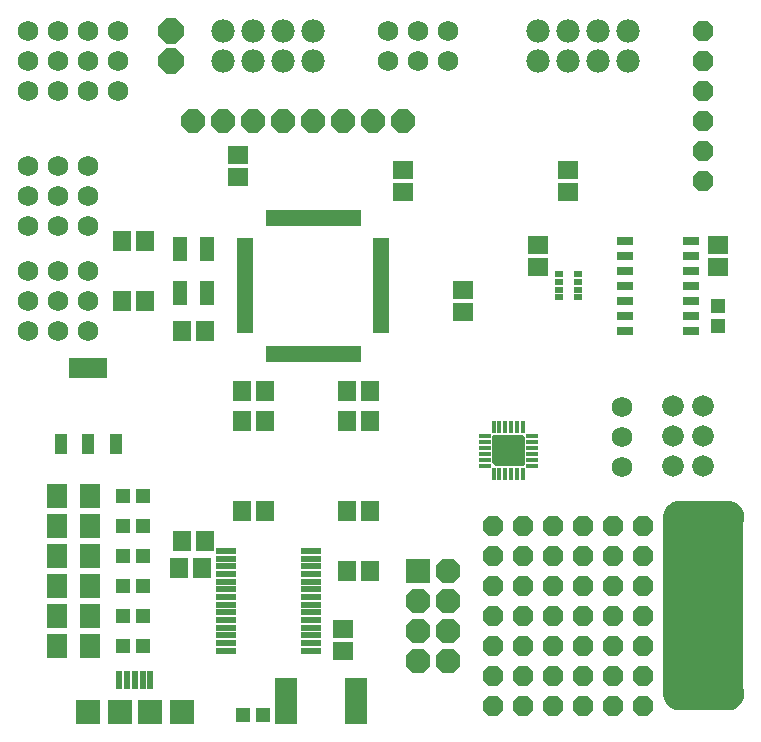
<source format=gbr>
G04 EAGLE Gerber RS-274X export*
G75*
%MOMM*%
%FSLAX34Y34*%
%LPD*%
%INSoldermask Top*%
%IPPOS*%
%AMOC8*
5,1,8,0,0,1.08239X$1,22.5*%
G01*
%ADD10C,0.152400*%
%ADD11R,6.604000X14.986000*%
%ADD12R,4.064000X1.270000*%
%ADD13C,1.270000*%
%ADD14R,1.503200X1.703200*%
%ADD15R,1.703200X1.503200*%
%ADD16R,1.397000X0.508000*%
%ADD17R,0.508000X1.397000*%
%ADD18R,1.303200X2.103200*%
%ADD19R,1.041400X1.803400*%
%ADD20R,3.302000X1.803400*%
%ADD21P,2.254402X8X202.500000*%
%ADD22R,2.082800X2.082800*%
%ADD23R,1.703200X0.603200*%
%ADD24R,0.463200X0.993200*%
%ADD25R,0.993200X0.463200*%
%ADD26P,2.144431X8X112.500000*%
%ADD27C,1.828800*%
%ADD28C,1.727200*%
%ADD29R,0.703200X0.553200*%
%ADD30R,1.403200X0.803200*%
%ADD31R,1.203200X1.303200*%
%ADD32C,1.981200*%
%ADD33P,1.869504X8X22.500000*%
%ADD34R,1.903200X3.903200*%
%ADD35R,1.803200X2.006200*%
%ADD36R,1.303200X1.203200*%
%ADD37P,1.869504X8X112.500000*%
%ADD38P,2.309387X8X22.500000*%
%ADD39R,0.553200X1.603200*%
%ADD40R,2.003200X2.103200*%
%ADD41R,2.103200X2.103200*%

G36*
X380054Y621704D02*
X380054Y621704D01*
X380056Y621701D01*
X380574Y621769D01*
X380581Y621776D01*
X380586Y621773D01*
X381069Y621972D01*
X381074Y621981D01*
X381080Y621979D01*
X381494Y622297D01*
X381497Y622306D01*
X381503Y622306D01*
X381821Y622720D01*
X381821Y622730D01*
X381828Y622731D01*
X382027Y623214D01*
X382025Y623223D01*
X382031Y623226D01*
X382099Y623744D01*
X382096Y623748D01*
X382099Y623750D01*
X382099Y646250D01*
X382096Y646254D01*
X382099Y646256D01*
X382031Y646774D01*
X382024Y646781D01*
X382027Y646786D01*
X381828Y647269D01*
X381819Y647274D01*
X381821Y647280D01*
X381503Y647694D01*
X381494Y647697D01*
X381494Y647703D01*
X381080Y648021D01*
X381071Y648021D01*
X381069Y648028D01*
X380586Y648227D01*
X380577Y648225D01*
X380574Y648231D01*
X380056Y648299D01*
X380052Y648296D01*
X380050Y648299D01*
X356550Y648299D01*
X356546Y648296D01*
X356544Y648299D01*
X356026Y648231D01*
X356019Y648224D01*
X356014Y648227D01*
X355531Y648028D01*
X355526Y648019D01*
X355520Y648021D01*
X355106Y647703D01*
X355103Y647694D01*
X355097Y647694D01*
X354779Y647280D01*
X354779Y647271D01*
X354772Y647269D01*
X354573Y646786D01*
X354573Y646784D01*
X354571Y646782D01*
X354575Y646777D01*
X354569Y646774D01*
X354501Y646256D01*
X354504Y646252D01*
X354501Y646250D01*
X354501Y624750D01*
X354517Y624729D01*
X354515Y624715D01*
X357515Y621715D01*
X357542Y621712D01*
X357550Y621701D01*
X380050Y621701D01*
X380054Y621704D01*
G37*
D10*
X553720Y416560D02*
X513080Y416560D01*
X512773Y416564D01*
X512466Y416575D01*
X512160Y416593D01*
X511854Y416619D01*
X511549Y416653D01*
X511245Y416693D01*
X510942Y416741D01*
X510640Y416797D01*
X510340Y416859D01*
X510041Y416929D01*
X509744Y417006D01*
X509448Y417090D01*
X509155Y417182D01*
X508865Y417280D01*
X508577Y417385D01*
X508291Y417498D01*
X508008Y417617D01*
X507728Y417743D01*
X507451Y417875D01*
X507178Y418015D01*
X506908Y418161D01*
X506642Y418313D01*
X506379Y418472D01*
X506120Y418637D01*
X505866Y418808D01*
X505615Y418985D01*
X505369Y419169D01*
X505127Y419358D01*
X504891Y419553D01*
X504658Y419754D01*
X504431Y419960D01*
X504209Y420172D01*
X503992Y420389D01*
X503780Y420611D01*
X503574Y420838D01*
X503373Y421071D01*
X503178Y421307D01*
X502989Y421549D01*
X502805Y421795D01*
X502628Y422046D01*
X502457Y422300D01*
X502292Y422559D01*
X502133Y422822D01*
X501981Y423088D01*
X501835Y423358D01*
X501695Y423631D01*
X501563Y423908D01*
X501437Y424188D01*
X501318Y424471D01*
X501205Y424757D01*
X501100Y425045D01*
X501002Y425335D01*
X500910Y425628D01*
X500826Y425924D01*
X500749Y426221D01*
X500679Y426520D01*
X500617Y426820D01*
X500561Y427122D01*
X500513Y427425D01*
X500473Y427729D01*
X500439Y428034D01*
X500413Y428340D01*
X500395Y428646D01*
X500384Y428953D01*
X500380Y429260D01*
X500380Y579120D01*
X500384Y579427D01*
X500395Y579734D01*
X500413Y580040D01*
X500439Y580346D01*
X500473Y580651D01*
X500513Y580955D01*
X500561Y581258D01*
X500617Y581560D01*
X500679Y581860D01*
X500749Y582159D01*
X500826Y582456D01*
X500910Y582752D01*
X501002Y583045D01*
X501100Y583335D01*
X501205Y583623D01*
X501318Y583909D01*
X501437Y584192D01*
X501563Y584472D01*
X501695Y584749D01*
X501835Y585022D01*
X501981Y585292D01*
X502133Y585558D01*
X502292Y585821D01*
X502457Y586080D01*
X502628Y586334D01*
X502805Y586585D01*
X502989Y586831D01*
X503178Y587073D01*
X503373Y587309D01*
X503574Y587542D01*
X503780Y587769D01*
X503992Y587991D01*
X504209Y588208D01*
X504431Y588420D01*
X504658Y588626D01*
X504891Y588827D01*
X505127Y589022D01*
X505369Y589211D01*
X505615Y589395D01*
X505866Y589572D01*
X506120Y589743D01*
X506379Y589908D01*
X506642Y590067D01*
X506908Y590219D01*
X507178Y590365D01*
X507451Y590505D01*
X507728Y590637D01*
X508008Y590763D01*
X508291Y590882D01*
X508577Y590995D01*
X508865Y591100D01*
X509155Y591198D01*
X509448Y591290D01*
X509744Y591374D01*
X510041Y591451D01*
X510340Y591521D01*
X510640Y591583D01*
X510942Y591639D01*
X511245Y591687D01*
X511549Y591727D01*
X511854Y591761D01*
X512160Y591787D01*
X512466Y591805D01*
X512773Y591816D01*
X513080Y591820D01*
X553720Y591820D01*
X554027Y591816D01*
X554334Y591805D01*
X554640Y591787D01*
X554946Y591761D01*
X555251Y591727D01*
X555555Y591687D01*
X555858Y591639D01*
X556160Y591583D01*
X556460Y591521D01*
X556759Y591451D01*
X557056Y591374D01*
X557352Y591290D01*
X557645Y591198D01*
X557935Y591100D01*
X558223Y590995D01*
X558509Y590882D01*
X558792Y590763D01*
X559072Y590637D01*
X559349Y590505D01*
X559622Y590365D01*
X559892Y590219D01*
X560158Y590067D01*
X560421Y589908D01*
X560680Y589743D01*
X560934Y589572D01*
X561185Y589395D01*
X561431Y589211D01*
X561673Y589022D01*
X561909Y588827D01*
X562142Y588626D01*
X562369Y588420D01*
X562591Y588208D01*
X562808Y587991D01*
X563020Y587769D01*
X563226Y587542D01*
X563427Y587309D01*
X563622Y587073D01*
X563811Y586831D01*
X563995Y586585D01*
X564172Y586334D01*
X564343Y586080D01*
X564508Y585821D01*
X564667Y585558D01*
X564819Y585292D01*
X564965Y585022D01*
X565105Y584749D01*
X565237Y584472D01*
X565363Y584192D01*
X565482Y583909D01*
X565595Y583623D01*
X565700Y583335D01*
X565798Y583045D01*
X565890Y582752D01*
X565974Y582456D01*
X566051Y582159D01*
X566121Y581860D01*
X566183Y581560D01*
X566239Y581258D01*
X566287Y580955D01*
X566327Y580651D01*
X566361Y580346D01*
X566387Y580040D01*
X566405Y579734D01*
X566416Y579427D01*
X566420Y579120D01*
X566420Y429260D01*
X566416Y428953D01*
X566405Y428646D01*
X566387Y428340D01*
X566361Y428034D01*
X566327Y427729D01*
X566287Y427425D01*
X566239Y427122D01*
X566183Y426820D01*
X566121Y426520D01*
X566051Y426221D01*
X565974Y425924D01*
X565890Y425628D01*
X565798Y425335D01*
X565700Y425045D01*
X565595Y424757D01*
X565482Y424471D01*
X565363Y424188D01*
X565237Y423908D01*
X565105Y423631D01*
X564965Y423358D01*
X564819Y423088D01*
X564667Y422822D01*
X564508Y422559D01*
X564343Y422300D01*
X564172Y422046D01*
X563995Y421795D01*
X563811Y421549D01*
X563622Y421307D01*
X563427Y421071D01*
X563226Y420838D01*
X563020Y420611D01*
X562808Y420389D01*
X562591Y420172D01*
X562369Y419960D01*
X562142Y419754D01*
X561909Y419553D01*
X561673Y419358D01*
X561431Y419169D01*
X561185Y418985D01*
X560934Y418808D01*
X560680Y418637D01*
X560421Y418472D01*
X560158Y418313D01*
X559892Y418161D01*
X559622Y418015D01*
X559349Y417875D01*
X559072Y417743D01*
X558792Y417617D01*
X558509Y417498D01*
X558223Y417385D01*
X557935Y417280D01*
X557645Y417182D01*
X557352Y417090D01*
X557056Y417006D01*
X556759Y416929D01*
X556460Y416859D01*
X556160Y416797D01*
X555858Y416741D01*
X555555Y416693D01*
X555251Y416653D01*
X554946Y416619D01*
X554640Y416593D01*
X554334Y416575D01*
X554027Y416564D01*
X553720Y416560D01*
X502920Y429260D02*
X502920Y579120D01*
X502920Y429260D02*
X563880Y429260D01*
X563880Y579120D01*
X502920Y579120D01*
D11*
X533400Y504190D03*
D12*
X533400Y422910D03*
X533400Y585470D03*
D13*
X505896Y429260D02*
X505898Y429436D01*
X505905Y429613D01*
X505915Y429788D01*
X505931Y429964D01*
X505950Y430139D01*
X505974Y430314D01*
X506002Y430488D01*
X506034Y430662D01*
X506071Y430834D01*
X506111Y431006D01*
X506156Y431176D01*
X506205Y431345D01*
X506259Y431513D01*
X506316Y431680D01*
X506377Y431845D01*
X506443Y432009D01*
X506512Y432171D01*
X506586Y432332D01*
X506663Y432490D01*
X506744Y432647D01*
X506829Y432801D01*
X506918Y432953D01*
X507011Y433103D01*
X507107Y433251D01*
X507206Y433397D01*
X507310Y433540D01*
X507417Y433680D01*
X507527Y433817D01*
X507640Y433952D01*
X507757Y434084D01*
X507877Y434214D01*
X508000Y434340D01*
X508126Y434463D01*
X508256Y434583D01*
X508388Y434700D01*
X508523Y434813D01*
X508660Y434923D01*
X508800Y435030D01*
X508943Y435134D01*
X509089Y435233D01*
X509237Y435329D01*
X509387Y435422D01*
X509539Y435511D01*
X509693Y435596D01*
X509850Y435677D01*
X510008Y435754D01*
X510169Y435828D01*
X510331Y435897D01*
X510495Y435963D01*
X510660Y436024D01*
X510827Y436081D01*
X510995Y436135D01*
X511164Y436184D01*
X511334Y436229D01*
X511506Y436269D01*
X511678Y436306D01*
X511852Y436338D01*
X512026Y436366D01*
X512201Y436390D01*
X512376Y436409D01*
X512552Y436425D01*
X512727Y436435D01*
X512904Y436442D01*
X513080Y436444D01*
X513256Y436442D01*
X513433Y436435D01*
X513608Y436425D01*
X513784Y436409D01*
X513959Y436390D01*
X514134Y436366D01*
X514308Y436338D01*
X514482Y436306D01*
X514654Y436269D01*
X514826Y436229D01*
X514996Y436184D01*
X515165Y436135D01*
X515333Y436081D01*
X515500Y436024D01*
X515665Y435963D01*
X515829Y435897D01*
X515991Y435828D01*
X516152Y435754D01*
X516310Y435677D01*
X516467Y435596D01*
X516621Y435511D01*
X516773Y435422D01*
X516923Y435329D01*
X517071Y435233D01*
X517217Y435134D01*
X517360Y435030D01*
X517500Y434923D01*
X517637Y434813D01*
X517772Y434700D01*
X517904Y434583D01*
X518034Y434463D01*
X518160Y434340D01*
X518283Y434214D01*
X518403Y434084D01*
X518520Y433952D01*
X518633Y433817D01*
X518743Y433680D01*
X518850Y433540D01*
X518954Y433397D01*
X519053Y433251D01*
X519149Y433103D01*
X519242Y432953D01*
X519331Y432801D01*
X519416Y432647D01*
X519497Y432490D01*
X519574Y432332D01*
X519648Y432171D01*
X519717Y432009D01*
X519783Y431845D01*
X519844Y431680D01*
X519901Y431513D01*
X519955Y431345D01*
X520004Y431176D01*
X520049Y431006D01*
X520089Y430834D01*
X520126Y430662D01*
X520158Y430488D01*
X520186Y430314D01*
X520210Y430139D01*
X520229Y429964D01*
X520245Y429788D01*
X520255Y429613D01*
X520262Y429436D01*
X520264Y429260D01*
X520262Y429084D01*
X520255Y428907D01*
X520245Y428732D01*
X520229Y428556D01*
X520210Y428381D01*
X520186Y428206D01*
X520158Y428032D01*
X520126Y427858D01*
X520089Y427686D01*
X520049Y427514D01*
X520004Y427344D01*
X519955Y427175D01*
X519901Y427007D01*
X519844Y426840D01*
X519783Y426675D01*
X519717Y426511D01*
X519648Y426349D01*
X519574Y426188D01*
X519497Y426030D01*
X519416Y425873D01*
X519331Y425719D01*
X519242Y425567D01*
X519149Y425417D01*
X519053Y425269D01*
X518954Y425123D01*
X518850Y424980D01*
X518743Y424840D01*
X518633Y424703D01*
X518520Y424568D01*
X518403Y424436D01*
X518283Y424306D01*
X518160Y424180D01*
X518034Y424057D01*
X517904Y423937D01*
X517772Y423820D01*
X517637Y423707D01*
X517500Y423597D01*
X517360Y423490D01*
X517217Y423386D01*
X517071Y423287D01*
X516923Y423191D01*
X516773Y423098D01*
X516621Y423009D01*
X516467Y422924D01*
X516310Y422843D01*
X516152Y422766D01*
X515991Y422692D01*
X515829Y422623D01*
X515665Y422557D01*
X515500Y422496D01*
X515333Y422439D01*
X515165Y422385D01*
X514996Y422336D01*
X514826Y422291D01*
X514654Y422251D01*
X514482Y422214D01*
X514308Y422182D01*
X514134Y422154D01*
X513959Y422130D01*
X513784Y422111D01*
X513608Y422095D01*
X513433Y422085D01*
X513256Y422078D01*
X513080Y422076D01*
X512904Y422078D01*
X512727Y422085D01*
X512552Y422095D01*
X512376Y422111D01*
X512201Y422130D01*
X512026Y422154D01*
X511852Y422182D01*
X511678Y422214D01*
X511506Y422251D01*
X511334Y422291D01*
X511164Y422336D01*
X510995Y422385D01*
X510827Y422439D01*
X510660Y422496D01*
X510495Y422557D01*
X510331Y422623D01*
X510169Y422692D01*
X510008Y422766D01*
X509850Y422843D01*
X509693Y422924D01*
X509539Y423009D01*
X509387Y423098D01*
X509237Y423191D01*
X509089Y423287D01*
X508943Y423386D01*
X508800Y423490D01*
X508660Y423597D01*
X508523Y423707D01*
X508388Y423820D01*
X508256Y423937D01*
X508126Y424057D01*
X508000Y424180D01*
X507877Y424306D01*
X507757Y424436D01*
X507640Y424568D01*
X507527Y424703D01*
X507417Y424840D01*
X507310Y424980D01*
X507206Y425123D01*
X507107Y425269D01*
X507011Y425417D01*
X506918Y425567D01*
X506829Y425719D01*
X506744Y425873D01*
X506663Y426030D01*
X506586Y426188D01*
X506512Y426349D01*
X506443Y426511D01*
X506377Y426675D01*
X506316Y426840D01*
X506259Y427007D01*
X506205Y427175D01*
X506156Y427344D01*
X506111Y427514D01*
X506071Y427686D01*
X506034Y427858D01*
X506002Y428032D01*
X505974Y428206D01*
X505950Y428381D01*
X505931Y428556D01*
X505915Y428732D01*
X505905Y428907D01*
X505898Y429084D01*
X505896Y429260D01*
X546536Y429260D02*
X546538Y429436D01*
X546545Y429613D01*
X546555Y429788D01*
X546571Y429964D01*
X546590Y430139D01*
X546614Y430314D01*
X546642Y430488D01*
X546674Y430662D01*
X546711Y430834D01*
X546751Y431006D01*
X546796Y431176D01*
X546845Y431345D01*
X546899Y431513D01*
X546956Y431680D01*
X547017Y431845D01*
X547083Y432009D01*
X547152Y432171D01*
X547226Y432332D01*
X547303Y432490D01*
X547384Y432647D01*
X547469Y432801D01*
X547558Y432953D01*
X547651Y433103D01*
X547747Y433251D01*
X547846Y433397D01*
X547950Y433540D01*
X548057Y433680D01*
X548167Y433817D01*
X548280Y433952D01*
X548397Y434084D01*
X548517Y434214D01*
X548640Y434340D01*
X548766Y434463D01*
X548896Y434583D01*
X549028Y434700D01*
X549163Y434813D01*
X549300Y434923D01*
X549440Y435030D01*
X549583Y435134D01*
X549729Y435233D01*
X549877Y435329D01*
X550027Y435422D01*
X550179Y435511D01*
X550333Y435596D01*
X550490Y435677D01*
X550648Y435754D01*
X550809Y435828D01*
X550971Y435897D01*
X551135Y435963D01*
X551300Y436024D01*
X551467Y436081D01*
X551635Y436135D01*
X551804Y436184D01*
X551974Y436229D01*
X552146Y436269D01*
X552318Y436306D01*
X552492Y436338D01*
X552666Y436366D01*
X552841Y436390D01*
X553016Y436409D01*
X553192Y436425D01*
X553367Y436435D01*
X553544Y436442D01*
X553720Y436444D01*
X553896Y436442D01*
X554073Y436435D01*
X554248Y436425D01*
X554424Y436409D01*
X554599Y436390D01*
X554774Y436366D01*
X554948Y436338D01*
X555122Y436306D01*
X555294Y436269D01*
X555466Y436229D01*
X555636Y436184D01*
X555805Y436135D01*
X555973Y436081D01*
X556140Y436024D01*
X556305Y435963D01*
X556469Y435897D01*
X556631Y435828D01*
X556792Y435754D01*
X556950Y435677D01*
X557107Y435596D01*
X557261Y435511D01*
X557413Y435422D01*
X557563Y435329D01*
X557711Y435233D01*
X557857Y435134D01*
X558000Y435030D01*
X558140Y434923D01*
X558277Y434813D01*
X558412Y434700D01*
X558544Y434583D01*
X558674Y434463D01*
X558800Y434340D01*
X558923Y434214D01*
X559043Y434084D01*
X559160Y433952D01*
X559273Y433817D01*
X559383Y433680D01*
X559490Y433540D01*
X559594Y433397D01*
X559693Y433251D01*
X559789Y433103D01*
X559882Y432953D01*
X559971Y432801D01*
X560056Y432647D01*
X560137Y432490D01*
X560214Y432332D01*
X560288Y432171D01*
X560357Y432009D01*
X560423Y431845D01*
X560484Y431680D01*
X560541Y431513D01*
X560595Y431345D01*
X560644Y431176D01*
X560689Y431006D01*
X560729Y430834D01*
X560766Y430662D01*
X560798Y430488D01*
X560826Y430314D01*
X560850Y430139D01*
X560869Y429964D01*
X560885Y429788D01*
X560895Y429613D01*
X560902Y429436D01*
X560904Y429260D01*
X560902Y429084D01*
X560895Y428907D01*
X560885Y428732D01*
X560869Y428556D01*
X560850Y428381D01*
X560826Y428206D01*
X560798Y428032D01*
X560766Y427858D01*
X560729Y427686D01*
X560689Y427514D01*
X560644Y427344D01*
X560595Y427175D01*
X560541Y427007D01*
X560484Y426840D01*
X560423Y426675D01*
X560357Y426511D01*
X560288Y426349D01*
X560214Y426188D01*
X560137Y426030D01*
X560056Y425873D01*
X559971Y425719D01*
X559882Y425567D01*
X559789Y425417D01*
X559693Y425269D01*
X559594Y425123D01*
X559490Y424980D01*
X559383Y424840D01*
X559273Y424703D01*
X559160Y424568D01*
X559043Y424436D01*
X558923Y424306D01*
X558800Y424180D01*
X558674Y424057D01*
X558544Y423937D01*
X558412Y423820D01*
X558277Y423707D01*
X558140Y423597D01*
X558000Y423490D01*
X557857Y423386D01*
X557711Y423287D01*
X557563Y423191D01*
X557413Y423098D01*
X557261Y423009D01*
X557107Y422924D01*
X556950Y422843D01*
X556792Y422766D01*
X556631Y422692D01*
X556469Y422623D01*
X556305Y422557D01*
X556140Y422496D01*
X555973Y422439D01*
X555805Y422385D01*
X555636Y422336D01*
X555466Y422291D01*
X555294Y422251D01*
X555122Y422214D01*
X554948Y422182D01*
X554774Y422154D01*
X554599Y422130D01*
X554424Y422111D01*
X554248Y422095D01*
X554073Y422085D01*
X553896Y422078D01*
X553720Y422076D01*
X553544Y422078D01*
X553367Y422085D01*
X553192Y422095D01*
X553016Y422111D01*
X552841Y422130D01*
X552666Y422154D01*
X552492Y422182D01*
X552318Y422214D01*
X552146Y422251D01*
X551974Y422291D01*
X551804Y422336D01*
X551635Y422385D01*
X551467Y422439D01*
X551300Y422496D01*
X551135Y422557D01*
X550971Y422623D01*
X550809Y422692D01*
X550648Y422766D01*
X550490Y422843D01*
X550333Y422924D01*
X550179Y423009D01*
X550027Y423098D01*
X549877Y423191D01*
X549729Y423287D01*
X549583Y423386D01*
X549440Y423490D01*
X549300Y423597D01*
X549163Y423707D01*
X549028Y423820D01*
X548896Y423937D01*
X548766Y424057D01*
X548640Y424180D01*
X548517Y424306D01*
X548397Y424436D01*
X548280Y424568D01*
X548167Y424703D01*
X548057Y424840D01*
X547950Y424980D01*
X547846Y425123D01*
X547747Y425269D01*
X547651Y425417D01*
X547558Y425567D01*
X547469Y425719D01*
X547384Y425873D01*
X547303Y426030D01*
X547226Y426188D01*
X547152Y426349D01*
X547083Y426511D01*
X547017Y426675D01*
X546956Y426840D01*
X546899Y427007D01*
X546845Y427175D01*
X546796Y427344D01*
X546751Y427514D01*
X546711Y427686D01*
X546674Y427858D01*
X546642Y428032D01*
X546614Y428206D01*
X546590Y428381D01*
X546571Y428556D01*
X546555Y428732D01*
X546545Y428907D01*
X546538Y429084D01*
X546536Y429260D01*
X546536Y579120D02*
X546538Y579296D01*
X546545Y579473D01*
X546555Y579648D01*
X546571Y579824D01*
X546590Y579999D01*
X546614Y580174D01*
X546642Y580348D01*
X546674Y580522D01*
X546711Y580694D01*
X546751Y580866D01*
X546796Y581036D01*
X546845Y581205D01*
X546899Y581373D01*
X546956Y581540D01*
X547017Y581705D01*
X547083Y581869D01*
X547152Y582031D01*
X547226Y582192D01*
X547303Y582350D01*
X547384Y582507D01*
X547469Y582661D01*
X547558Y582813D01*
X547651Y582963D01*
X547747Y583111D01*
X547846Y583257D01*
X547950Y583400D01*
X548057Y583540D01*
X548167Y583677D01*
X548280Y583812D01*
X548397Y583944D01*
X548517Y584074D01*
X548640Y584200D01*
X548766Y584323D01*
X548896Y584443D01*
X549028Y584560D01*
X549163Y584673D01*
X549300Y584783D01*
X549440Y584890D01*
X549583Y584994D01*
X549729Y585093D01*
X549877Y585189D01*
X550027Y585282D01*
X550179Y585371D01*
X550333Y585456D01*
X550490Y585537D01*
X550648Y585614D01*
X550809Y585688D01*
X550971Y585757D01*
X551135Y585823D01*
X551300Y585884D01*
X551467Y585941D01*
X551635Y585995D01*
X551804Y586044D01*
X551974Y586089D01*
X552146Y586129D01*
X552318Y586166D01*
X552492Y586198D01*
X552666Y586226D01*
X552841Y586250D01*
X553016Y586269D01*
X553192Y586285D01*
X553367Y586295D01*
X553544Y586302D01*
X553720Y586304D01*
X553896Y586302D01*
X554073Y586295D01*
X554248Y586285D01*
X554424Y586269D01*
X554599Y586250D01*
X554774Y586226D01*
X554948Y586198D01*
X555122Y586166D01*
X555294Y586129D01*
X555466Y586089D01*
X555636Y586044D01*
X555805Y585995D01*
X555973Y585941D01*
X556140Y585884D01*
X556305Y585823D01*
X556469Y585757D01*
X556631Y585688D01*
X556792Y585614D01*
X556950Y585537D01*
X557107Y585456D01*
X557261Y585371D01*
X557413Y585282D01*
X557563Y585189D01*
X557711Y585093D01*
X557857Y584994D01*
X558000Y584890D01*
X558140Y584783D01*
X558277Y584673D01*
X558412Y584560D01*
X558544Y584443D01*
X558674Y584323D01*
X558800Y584200D01*
X558923Y584074D01*
X559043Y583944D01*
X559160Y583812D01*
X559273Y583677D01*
X559383Y583540D01*
X559490Y583400D01*
X559594Y583257D01*
X559693Y583111D01*
X559789Y582963D01*
X559882Y582813D01*
X559971Y582661D01*
X560056Y582507D01*
X560137Y582350D01*
X560214Y582192D01*
X560288Y582031D01*
X560357Y581869D01*
X560423Y581705D01*
X560484Y581540D01*
X560541Y581373D01*
X560595Y581205D01*
X560644Y581036D01*
X560689Y580866D01*
X560729Y580694D01*
X560766Y580522D01*
X560798Y580348D01*
X560826Y580174D01*
X560850Y579999D01*
X560869Y579824D01*
X560885Y579648D01*
X560895Y579473D01*
X560902Y579296D01*
X560904Y579120D01*
X560902Y578944D01*
X560895Y578767D01*
X560885Y578592D01*
X560869Y578416D01*
X560850Y578241D01*
X560826Y578066D01*
X560798Y577892D01*
X560766Y577718D01*
X560729Y577546D01*
X560689Y577374D01*
X560644Y577204D01*
X560595Y577035D01*
X560541Y576867D01*
X560484Y576700D01*
X560423Y576535D01*
X560357Y576371D01*
X560288Y576209D01*
X560214Y576048D01*
X560137Y575890D01*
X560056Y575733D01*
X559971Y575579D01*
X559882Y575427D01*
X559789Y575277D01*
X559693Y575129D01*
X559594Y574983D01*
X559490Y574840D01*
X559383Y574700D01*
X559273Y574563D01*
X559160Y574428D01*
X559043Y574296D01*
X558923Y574166D01*
X558800Y574040D01*
X558674Y573917D01*
X558544Y573797D01*
X558412Y573680D01*
X558277Y573567D01*
X558140Y573457D01*
X558000Y573350D01*
X557857Y573246D01*
X557711Y573147D01*
X557563Y573051D01*
X557413Y572958D01*
X557261Y572869D01*
X557107Y572784D01*
X556950Y572703D01*
X556792Y572626D01*
X556631Y572552D01*
X556469Y572483D01*
X556305Y572417D01*
X556140Y572356D01*
X555973Y572299D01*
X555805Y572245D01*
X555636Y572196D01*
X555466Y572151D01*
X555294Y572111D01*
X555122Y572074D01*
X554948Y572042D01*
X554774Y572014D01*
X554599Y571990D01*
X554424Y571971D01*
X554248Y571955D01*
X554073Y571945D01*
X553896Y571938D01*
X553720Y571936D01*
X553544Y571938D01*
X553367Y571945D01*
X553192Y571955D01*
X553016Y571971D01*
X552841Y571990D01*
X552666Y572014D01*
X552492Y572042D01*
X552318Y572074D01*
X552146Y572111D01*
X551974Y572151D01*
X551804Y572196D01*
X551635Y572245D01*
X551467Y572299D01*
X551300Y572356D01*
X551135Y572417D01*
X550971Y572483D01*
X550809Y572552D01*
X550648Y572626D01*
X550490Y572703D01*
X550333Y572784D01*
X550179Y572869D01*
X550027Y572958D01*
X549877Y573051D01*
X549729Y573147D01*
X549583Y573246D01*
X549440Y573350D01*
X549300Y573457D01*
X549163Y573567D01*
X549028Y573680D01*
X548896Y573797D01*
X548766Y573917D01*
X548640Y574040D01*
X548517Y574166D01*
X548397Y574296D01*
X548280Y574428D01*
X548167Y574563D01*
X548057Y574700D01*
X547950Y574840D01*
X547846Y574983D01*
X547747Y575129D01*
X547651Y575277D01*
X547558Y575427D01*
X547469Y575579D01*
X547384Y575733D01*
X547303Y575890D01*
X547226Y576048D01*
X547152Y576209D01*
X547083Y576371D01*
X547017Y576535D01*
X546956Y576700D01*
X546899Y576867D01*
X546845Y577035D01*
X546796Y577204D01*
X546751Y577374D01*
X546711Y577546D01*
X546674Y577718D01*
X546642Y577892D01*
X546614Y578066D01*
X546590Y578241D01*
X546571Y578416D01*
X546555Y578592D01*
X546545Y578767D01*
X546538Y578944D01*
X546536Y579120D01*
X505896Y579120D02*
X505898Y579296D01*
X505905Y579473D01*
X505915Y579648D01*
X505931Y579824D01*
X505950Y579999D01*
X505974Y580174D01*
X506002Y580348D01*
X506034Y580522D01*
X506071Y580694D01*
X506111Y580866D01*
X506156Y581036D01*
X506205Y581205D01*
X506259Y581373D01*
X506316Y581540D01*
X506377Y581705D01*
X506443Y581869D01*
X506512Y582031D01*
X506586Y582192D01*
X506663Y582350D01*
X506744Y582507D01*
X506829Y582661D01*
X506918Y582813D01*
X507011Y582963D01*
X507107Y583111D01*
X507206Y583257D01*
X507310Y583400D01*
X507417Y583540D01*
X507527Y583677D01*
X507640Y583812D01*
X507757Y583944D01*
X507877Y584074D01*
X508000Y584200D01*
X508126Y584323D01*
X508256Y584443D01*
X508388Y584560D01*
X508523Y584673D01*
X508660Y584783D01*
X508800Y584890D01*
X508943Y584994D01*
X509089Y585093D01*
X509237Y585189D01*
X509387Y585282D01*
X509539Y585371D01*
X509693Y585456D01*
X509850Y585537D01*
X510008Y585614D01*
X510169Y585688D01*
X510331Y585757D01*
X510495Y585823D01*
X510660Y585884D01*
X510827Y585941D01*
X510995Y585995D01*
X511164Y586044D01*
X511334Y586089D01*
X511506Y586129D01*
X511678Y586166D01*
X511852Y586198D01*
X512026Y586226D01*
X512201Y586250D01*
X512376Y586269D01*
X512552Y586285D01*
X512727Y586295D01*
X512904Y586302D01*
X513080Y586304D01*
X513256Y586302D01*
X513433Y586295D01*
X513608Y586285D01*
X513784Y586269D01*
X513959Y586250D01*
X514134Y586226D01*
X514308Y586198D01*
X514482Y586166D01*
X514654Y586129D01*
X514826Y586089D01*
X514996Y586044D01*
X515165Y585995D01*
X515333Y585941D01*
X515500Y585884D01*
X515665Y585823D01*
X515829Y585757D01*
X515991Y585688D01*
X516152Y585614D01*
X516310Y585537D01*
X516467Y585456D01*
X516621Y585371D01*
X516773Y585282D01*
X516923Y585189D01*
X517071Y585093D01*
X517217Y584994D01*
X517360Y584890D01*
X517500Y584783D01*
X517637Y584673D01*
X517772Y584560D01*
X517904Y584443D01*
X518034Y584323D01*
X518160Y584200D01*
X518283Y584074D01*
X518403Y583944D01*
X518520Y583812D01*
X518633Y583677D01*
X518743Y583540D01*
X518850Y583400D01*
X518954Y583257D01*
X519053Y583111D01*
X519149Y582963D01*
X519242Y582813D01*
X519331Y582661D01*
X519416Y582507D01*
X519497Y582350D01*
X519574Y582192D01*
X519648Y582031D01*
X519717Y581869D01*
X519783Y581705D01*
X519844Y581540D01*
X519901Y581373D01*
X519955Y581205D01*
X520004Y581036D01*
X520049Y580866D01*
X520089Y580694D01*
X520126Y580522D01*
X520158Y580348D01*
X520186Y580174D01*
X520210Y579999D01*
X520229Y579824D01*
X520245Y579648D01*
X520255Y579473D01*
X520262Y579296D01*
X520264Y579120D01*
X520262Y578944D01*
X520255Y578767D01*
X520245Y578592D01*
X520229Y578416D01*
X520210Y578241D01*
X520186Y578066D01*
X520158Y577892D01*
X520126Y577718D01*
X520089Y577546D01*
X520049Y577374D01*
X520004Y577204D01*
X519955Y577035D01*
X519901Y576867D01*
X519844Y576700D01*
X519783Y576535D01*
X519717Y576371D01*
X519648Y576209D01*
X519574Y576048D01*
X519497Y575890D01*
X519416Y575733D01*
X519331Y575579D01*
X519242Y575427D01*
X519149Y575277D01*
X519053Y575129D01*
X518954Y574983D01*
X518850Y574840D01*
X518743Y574700D01*
X518633Y574563D01*
X518520Y574428D01*
X518403Y574296D01*
X518283Y574166D01*
X518160Y574040D01*
X518034Y573917D01*
X517904Y573797D01*
X517772Y573680D01*
X517637Y573567D01*
X517500Y573457D01*
X517360Y573350D01*
X517217Y573246D01*
X517071Y573147D01*
X516923Y573051D01*
X516773Y572958D01*
X516621Y572869D01*
X516467Y572784D01*
X516310Y572703D01*
X516152Y572626D01*
X515991Y572552D01*
X515829Y572483D01*
X515665Y572417D01*
X515500Y572356D01*
X515333Y572299D01*
X515165Y572245D01*
X514996Y572196D01*
X514826Y572151D01*
X514654Y572111D01*
X514482Y572074D01*
X514308Y572042D01*
X514134Y572014D01*
X513959Y571990D01*
X513784Y571971D01*
X513608Y571955D01*
X513433Y571945D01*
X513256Y571938D01*
X513080Y571936D01*
X512904Y571938D01*
X512727Y571945D01*
X512552Y571955D01*
X512376Y571971D01*
X512201Y571990D01*
X512026Y572014D01*
X511852Y572042D01*
X511678Y572074D01*
X511506Y572111D01*
X511334Y572151D01*
X511164Y572196D01*
X510995Y572245D01*
X510827Y572299D01*
X510660Y572356D01*
X510495Y572417D01*
X510331Y572483D01*
X510169Y572552D01*
X510008Y572626D01*
X509850Y572703D01*
X509693Y572784D01*
X509539Y572869D01*
X509387Y572958D01*
X509237Y573051D01*
X509089Y573147D01*
X508943Y573246D01*
X508800Y573350D01*
X508660Y573457D01*
X508523Y573567D01*
X508388Y573680D01*
X508256Y573797D01*
X508126Y573917D01*
X508000Y574040D01*
X507877Y574166D01*
X507757Y574296D01*
X507640Y574428D01*
X507527Y574563D01*
X507417Y574700D01*
X507310Y574840D01*
X507206Y574983D01*
X507107Y575129D01*
X507011Y575277D01*
X506918Y575427D01*
X506829Y575579D01*
X506744Y575733D01*
X506663Y575890D01*
X506586Y576048D01*
X506512Y576209D01*
X506443Y576371D01*
X506377Y576535D01*
X506316Y576700D01*
X506259Y576867D01*
X506205Y577035D01*
X506156Y577204D01*
X506111Y577374D01*
X506071Y577546D01*
X506034Y577718D01*
X506002Y577892D01*
X505974Y578066D01*
X505950Y578241D01*
X505931Y578416D01*
X505915Y578592D01*
X505905Y578767D01*
X505898Y578944D01*
X505896Y579120D01*
D14*
X250800Y660400D03*
X231800Y660400D03*
X161900Y660400D03*
X142900Y660400D03*
D15*
X330200Y752500D03*
X330200Y771500D03*
X139700Y866800D03*
X139700Y885800D03*
X279400Y854100D03*
X279400Y873100D03*
X393700Y790600D03*
X393700Y809600D03*
D14*
X250800Y685800D03*
X231800Y685800D03*
X111100Y736600D03*
X92100Y736600D03*
X161900Y685800D03*
X142900Y685800D03*
X60300Y812800D03*
X41300Y812800D03*
X60300Y762000D03*
X41300Y762000D03*
D16*
X145700Y812200D03*
X145700Y807200D03*
X145700Y802200D03*
X145700Y797200D03*
X145700Y792200D03*
X145700Y787200D03*
X145700Y782200D03*
X145700Y777200D03*
X145700Y772200D03*
X145700Y767200D03*
X145700Y762200D03*
X145700Y757200D03*
X145700Y752200D03*
X145700Y747200D03*
X145700Y742200D03*
X145700Y737200D03*
D17*
X165700Y717200D03*
X170700Y717200D03*
X175700Y717200D03*
X180700Y717200D03*
X185700Y717200D03*
X190700Y717200D03*
X195700Y717200D03*
X200700Y717200D03*
X205700Y717200D03*
X210700Y717200D03*
X215700Y717200D03*
X220700Y717200D03*
X225700Y717200D03*
X230700Y717200D03*
X235700Y717200D03*
X240700Y717200D03*
D16*
X260700Y737200D03*
X260700Y742200D03*
X260700Y747200D03*
X260700Y752200D03*
X260700Y757200D03*
X260700Y762200D03*
X260700Y767200D03*
X260700Y772200D03*
X260700Y777200D03*
X260700Y782200D03*
X260700Y787200D03*
X260700Y792200D03*
X260700Y797200D03*
X260700Y802200D03*
X260700Y807200D03*
X260700Y812200D03*
D17*
X240700Y832200D03*
X235700Y832200D03*
X230700Y832200D03*
X225700Y832200D03*
X220700Y832200D03*
X215700Y832200D03*
X210700Y832200D03*
X205700Y832200D03*
X200700Y832200D03*
X195700Y832200D03*
X190700Y832200D03*
X185700Y832200D03*
X180700Y832200D03*
X175700Y832200D03*
X170700Y832200D03*
X165700Y832200D03*
D18*
X113100Y768900D03*
X90100Y805900D03*
X90100Y768900D03*
X113100Y805900D03*
D19*
X-10414Y641096D03*
X12700Y641096D03*
X35814Y641096D03*
D20*
X12700Y705104D03*
D14*
X161900Y584200D03*
X142900Y584200D03*
D21*
X292100Y457200D03*
X292100Y482600D03*
X292100Y508000D03*
D22*
X292100Y533400D03*
D21*
X317500Y457200D03*
X317500Y482600D03*
X317500Y508000D03*
X317500Y533400D03*
D23*
X128850Y550250D03*
X128850Y543750D03*
X128850Y537250D03*
X128850Y530750D03*
X128850Y524250D03*
X128850Y517750D03*
X128850Y511250D03*
X128850Y504750D03*
X128850Y498250D03*
X128850Y491750D03*
X128850Y485250D03*
X128850Y478750D03*
X128850Y472250D03*
X128850Y465750D03*
X201350Y465750D03*
X201350Y472250D03*
X201350Y478750D03*
X201350Y485250D03*
X201350Y491750D03*
X201350Y498250D03*
X201350Y504750D03*
X201350Y511250D03*
X201350Y517750D03*
X201350Y524250D03*
X201350Y530750D03*
X201350Y537250D03*
X201350Y543750D03*
X201350Y550250D03*
D14*
X111100Y558800D03*
X92100Y558800D03*
X231800Y533400D03*
X250800Y533400D03*
X231800Y584200D03*
X250800Y584200D03*
X108560Y535940D03*
X89560Y535940D03*
D24*
X355800Y615300D03*
X360800Y615300D03*
X365800Y615300D03*
X370800Y615300D03*
X375800Y615300D03*
X380800Y615300D03*
D25*
X388000Y622500D03*
X388000Y627500D03*
X388000Y632500D03*
X388000Y637500D03*
X388000Y642500D03*
X388000Y647500D03*
D24*
X380800Y654700D03*
X375800Y654700D03*
X370800Y654700D03*
X365800Y654700D03*
X360800Y654700D03*
X355800Y654700D03*
D25*
X348600Y647500D03*
X348600Y642500D03*
X348600Y637500D03*
X348600Y632500D03*
X348600Y627500D03*
X348600Y622500D03*
D26*
X101600Y914400D03*
X127000Y914400D03*
X152400Y914400D03*
X177800Y914400D03*
X203200Y914400D03*
X228600Y914400D03*
X254000Y914400D03*
X279400Y914400D03*
D27*
X508000Y647700D03*
X533400Y647700D03*
X533400Y673100D03*
X508000Y673100D03*
X508000Y622300D03*
X533400Y622300D03*
D28*
X266700Y990600D03*
X292100Y990600D03*
X317500Y990600D03*
D29*
X427100Y771450D03*
X427100Y777950D03*
X427100Y784450D03*
X427100Y764950D03*
X411100Y777950D03*
X411100Y771450D03*
X411100Y764950D03*
X411100Y784450D03*
D30*
X467300Y812800D03*
X467300Y800100D03*
X467300Y787400D03*
X467300Y774700D03*
X467300Y762000D03*
X467300Y749300D03*
X467300Y736600D03*
X523300Y736600D03*
X523300Y749300D03*
X523300Y762000D03*
X523300Y774700D03*
X523300Y787400D03*
X523300Y800100D03*
X523300Y812800D03*
D15*
X546100Y790600D03*
X546100Y809600D03*
X419100Y873100D03*
X419100Y854100D03*
D31*
X546100Y757800D03*
X546100Y740800D03*
D32*
X393700Y990600D03*
X419100Y990600D03*
X444500Y990600D03*
X469900Y990600D03*
X393700Y965200D03*
X419100Y965200D03*
X444500Y965200D03*
X469900Y965200D03*
D28*
X-38100Y939800D03*
X-38100Y965200D03*
X-38100Y990600D03*
X-12700Y939800D03*
X-12700Y965200D03*
X-12700Y990600D03*
X12700Y939800D03*
X12700Y965200D03*
X12700Y990600D03*
X38100Y939800D03*
X38100Y965200D03*
X38100Y990600D03*
X-38100Y736600D03*
X-38100Y762000D03*
X-38100Y787400D03*
X-12700Y736600D03*
X-12700Y762000D03*
X-12700Y787400D03*
D32*
X127000Y990600D03*
X152400Y990600D03*
X177800Y990600D03*
X203200Y990600D03*
D28*
X-38100Y876300D03*
X-12700Y876300D03*
X12700Y876300D03*
X-38100Y850900D03*
X-12700Y850900D03*
X12700Y850900D03*
X-38100Y825500D03*
X-12700Y825500D03*
X12700Y825500D03*
D33*
X533400Y990600D03*
X533400Y965200D03*
X533400Y939800D03*
X533400Y914400D03*
X533400Y889000D03*
X533400Y863600D03*
D32*
X127000Y965200D03*
X152400Y965200D03*
X177800Y965200D03*
X203200Y965200D03*
D34*
X180050Y422910D03*
X239050Y422910D03*
D35*
X-14220Y596900D03*
X14220Y596900D03*
X-14220Y571500D03*
X14220Y571500D03*
X-14220Y546100D03*
X14220Y546100D03*
X-14220Y495300D03*
X14220Y495300D03*
X-14220Y520700D03*
X14220Y520700D03*
X-14220Y469900D03*
X14220Y469900D03*
D36*
X59300Y596900D03*
X42300Y596900D03*
X59300Y571500D03*
X42300Y571500D03*
X59300Y546100D03*
X42300Y546100D03*
X59300Y495300D03*
X42300Y495300D03*
X59300Y520700D03*
X42300Y520700D03*
X59300Y469900D03*
X42300Y469900D03*
D37*
X355600Y571500D03*
X381000Y571500D03*
X406400Y571500D03*
X431800Y571500D03*
X457200Y571500D03*
X482600Y571500D03*
X355600Y546100D03*
X381000Y546100D03*
X406400Y546100D03*
X431800Y546100D03*
X457200Y546100D03*
X482600Y546100D03*
X355600Y520700D03*
X381000Y520700D03*
X406400Y520700D03*
X431800Y520700D03*
X457200Y520700D03*
X482600Y520700D03*
X355600Y495300D03*
X381000Y495300D03*
X406400Y495300D03*
X431800Y495300D03*
X457200Y495300D03*
X482600Y495300D03*
X355600Y469900D03*
X381000Y469900D03*
X406400Y469900D03*
X431800Y469900D03*
X457200Y469900D03*
X482600Y469900D03*
X355600Y444500D03*
X381000Y444500D03*
X406400Y444500D03*
X431800Y444500D03*
X457200Y444500D03*
X482600Y444500D03*
X355600Y419100D03*
X381000Y419100D03*
X406400Y419100D03*
X431800Y419100D03*
X457200Y419100D03*
X482600Y419100D03*
D28*
X266700Y965200D03*
X292100Y965200D03*
X317500Y965200D03*
D38*
X82550Y965200D03*
X82550Y990600D03*
D28*
X12700Y736600D03*
X12700Y762000D03*
X12700Y787400D03*
D39*
X39070Y440520D03*
X65070Y440520D03*
X45570Y440520D03*
X52070Y440520D03*
X58570Y440520D03*
D40*
X12070Y414020D03*
X92070Y414020D03*
D41*
X39370Y414020D03*
X64770Y414020D03*
D15*
X228600Y484480D03*
X228600Y465480D03*
D36*
X160900Y411480D03*
X143900Y411480D03*
D28*
X464820Y671830D03*
X464820Y646430D03*
X464820Y621030D03*
M02*

</source>
